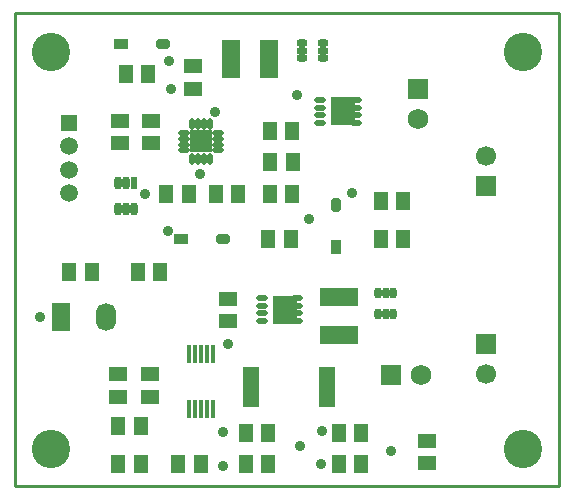
<source format=gts>
G04 Layer_Color=8388736*
%FSLAX42Y42*%
%MOMM*%
G71*
G01*
G75*
%ADD32C,0.25*%
%ADD54R,1.22X1.60*%
%ADD55R,1.60X1.22*%
G04:AMPARAMS|DCode=56|XSize=1.2mm|YSize=0.85mm|CornerRadius=0.33mm|HoleSize=0mm|Usage=FLASHONLY|Rotation=180.000|XOffset=0mm|YOffset=0mm|HoleType=Round|Shape=RoundedRectangle|*
%AMROUNDEDRECTD56*
21,1,1.20,0.20,0,0,180.0*
21,1,0.55,0.85,0,0,180.0*
1,1,0.66,-0.27,0.10*
1,1,0.66,0.27,0.10*
1,1,0.66,0.27,-0.10*
1,1,0.66,-0.27,-0.10*
%
%ADD56ROUNDEDRECTD56*%
%ADD57R,1.20X0.85*%
%ADD58R,1.90X1.90*%
%ADD59O,1.00X0.45*%
%ADD60O,0.45X1.00*%
%ADD61O,1.73X2.36*%
%ADD62R,1.60X2.36*%
G04:AMPARAMS|DCode=63|XSize=0.6mm|YSize=1.1mm|CornerRadius=0.2mm|HoleSize=0mm|Usage=FLASHONLY|Rotation=180.000|XOffset=0mm|YOffset=0mm|HoleType=Round|Shape=RoundedRectangle|*
%AMROUNDEDRECTD63*
21,1,0.60,0.70,0,0,180.0*
21,1,0.20,1.10,0,0,180.0*
1,1,0.40,-0.10,0.35*
1,1,0.40,0.10,0.35*
1,1,0.40,0.10,-0.35*
1,1,0.40,-0.10,-0.35*
%
%ADD63ROUNDEDRECTD63*%
%ADD64R,0.60X1.10*%
%ADD65R,1.50X3.20*%
G04:AMPARAMS|DCode=66|XSize=0.6mm|YSize=0.9mm|CornerRadius=0.2mm|HoleSize=0mm|Usage=FLASHONLY|Rotation=270.000|XOffset=0mm|YOffset=0mm|HoleType=Round|Shape=RoundedRectangle|*
%AMROUNDEDRECTD66*
21,1,0.60,0.50,0,0,270.0*
21,1,0.20,0.90,0,0,270.0*
1,1,0.40,-0.25,-0.10*
1,1,0.40,-0.25,0.10*
1,1,0.40,0.25,0.10*
1,1,0.40,0.25,-0.10*
%
%ADD66ROUNDEDRECTD66*%
%ADD67R,2.00X2.49*%
%ADD68O,1.00X0.54*%
%ADD69R,0.40X1.55*%
G04:AMPARAMS|DCode=70|XSize=0.4mm|YSize=1.55mm|CornerRadius=0mm|HoleSize=0mm|Usage=FLASHONLY|Rotation=0.000|XOffset=0mm|YOffset=0mm|HoleType=Round|Shape=Octagon|*
%AMOCTAGOND70*
4,1,8,-0.10,0.78,0.10,0.78,0.20,0.68,0.20,-0.68,0.10,-0.78,-0.10,-0.78,-0.20,-0.68,-0.20,0.68,-0.10,0.78,0.0*
%
%ADD70OCTAGOND70*%

%ADD71R,1.45X3.38*%
G04:AMPARAMS|DCode=72|XSize=1.2mm|YSize=0.85mm|CornerRadius=0.33mm|HoleSize=0mm|Usage=FLASHONLY|Rotation=270.000|XOffset=0mm|YOffset=0mm|HoleType=Round|Shape=RoundedRectangle|*
%AMROUNDEDRECTD72*
21,1,1.20,0.20,0,0,270.0*
21,1,0.55,0.85,0,0,270.0*
1,1,0.66,-0.10,-0.27*
1,1,0.66,-0.10,0.27*
1,1,0.66,0.10,0.27*
1,1,0.66,0.10,-0.27*
%
%ADD72ROUNDEDRECTD72*%
%ADD73R,0.85X1.20*%
%ADD74R,3.20X1.50*%
G04:AMPARAMS|DCode=75|XSize=0.6mm|YSize=0.9mm|CornerRadius=0.2mm|HoleSize=0mm|Usage=FLASHONLY|Rotation=180.000|XOffset=0mm|YOffset=0mm|HoleType=Round|Shape=RoundedRectangle|*
%AMROUNDEDRECTD75*
21,1,0.60,0.50,0,0,180.0*
21,1,0.20,0.90,0,0,180.0*
1,1,0.40,-0.10,0.25*
1,1,0.40,0.10,0.25*
1,1,0.40,0.10,-0.25*
1,1,0.40,-0.10,-0.25*
%
%ADD75ROUNDEDRECTD75*%
%ADD76C,1.50*%
%ADD77R,1.40X1.40*%
%ADD78C,1.70*%
%ADD79R,1.70X1.70*%
%ADD80R,1.73X1.73*%
%ADD81C,1.73*%
%ADD82R,1.73X1.73*%
%ADD83C,3.25*%
%ADD84C,0.91*%
D32*
X3000Y3500D02*
Y7500D01*
X7603D01*
Y3500D02*
Y7500D01*
X3000Y3500D02*
X7603D01*
D54*
X3460Y5310D02*
D03*
X3651D02*
D03*
X3937Y6985D02*
D03*
X4128D02*
D03*
X4230Y5310D02*
D03*
X4040D02*
D03*
X4470Y5969D02*
D03*
X4280D02*
D03*
X4890D02*
D03*
X4699D02*
D03*
X6287Y5906D02*
D03*
X6096D02*
D03*
Y5588D02*
D03*
X6287D02*
D03*
X5334D02*
D03*
X5144D02*
D03*
X3874Y4001D02*
D03*
X4064D02*
D03*
Y3683D02*
D03*
X3874D02*
D03*
X4381D02*
D03*
X4572D02*
D03*
X5144Y3947D02*
D03*
X4953D02*
D03*
Y3683D02*
D03*
X5144D02*
D03*
X5740Y3947D02*
D03*
X5931D02*
D03*
X5740Y3683D02*
D03*
X5931D02*
D03*
X5347Y6502D02*
D03*
X5156D02*
D03*
X5159Y6238D02*
D03*
X5349D02*
D03*
X5156Y5969D02*
D03*
X5347D02*
D03*
D55*
X4150Y6591D02*
D03*
Y6401D02*
D03*
X3886Y6591D02*
D03*
Y6401D02*
D03*
X3874Y4445D02*
D03*
Y4254D02*
D03*
X4801Y5080D02*
D03*
Y4890D02*
D03*
X4138Y4445D02*
D03*
Y4254D02*
D03*
X4508Y6858D02*
D03*
Y7049D02*
D03*
X6487Y3879D02*
D03*
Y3688D02*
D03*
D56*
X4254Y7239D02*
D03*
X4762Y5588D02*
D03*
D57*
X3899Y7239D02*
D03*
X4407Y5588D02*
D03*
D58*
X4572Y6414D02*
D03*
D59*
X4427Y6338D02*
D03*
Y6388D02*
D03*
Y6439D02*
D03*
Y6489D02*
D03*
X4717D02*
D03*
Y6439D02*
D03*
Y6388D02*
D03*
Y6338D02*
D03*
D60*
X4497Y6558D02*
D03*
X4547D02*
D03*
X4597D02*
D03*
X4647D02*
D03*
Y6269D02*
D03*
X4597D02*
D03*
X4547D02*
D03*
X4497D02*
D03*
D61*
X3765Y4930D02*
D03*
D62*
X3384D02*
D03*
D63*
X3874Y5842D02*
D03*
X3874Y6062D02*
D03*
X3938D02*
D03*
Y5842D02*
D03*
X4003D02*
D03*
D64*
X4003Y6062D02*
D03*
D65*
X5148Y7112D02*
D03*
X4826D02*
D03*
D66*
X5608Y7247D02*
D03*
Y7182D02*
D03*
Y7117D02*
D03*
X5428D02*
D03*
Y7182D02*
D03*
Y7247D02*
D03*
D67*
X5778Y6668D02*
D03*
X5282Y4991D02*
D03*
D68*
X5883Y6765D02*
D03*
X5884Y6700D02*
D03*
X5883Y6635D02*
D03*
Y6570D02*
D03*
X5583Y6570D02*
D03*
Y6635D02*
D03*
Y6700D02*
D03*
Y6765D02*
D03*
X5387Y5089D02*
D03*
X5387Y5024D02*
D03*
X5387Y4959D02*
D03*
Y4894D02*
D03*
X5087Y4894D02*
D03*
Y4959D02*
D03*
Y5024D02*
D03*
Y5089D02*
D03*
D69*
X4622Y4151D02*
D03*
X4572D02*
D03*
X4672D02*
D03*
X4522D02*
D03*
X4472Y4612D02*
D03*
X4522D02*
D03*
X4672D02*
D03*
X4572D02*
D03*
X4622D02*
D03*
D70*
X4472Y4151D02*
D03*
D71*
X4999Y4331D02*
D03*
X5639D02*
D03*
D72*
X5718Y5878D02*
D03*
D73*
Y5522D02*
D03*
D74*
X5740Y5095D02*
D03*
Y4773D02*
D03*
D75*
X6201Y4951D02*
D03*
X6136D02*
D03*
X6071D02*
D03*
Y5131D02*
D03*
X6136D02*
D03*
X6201D02*
D03*
D76*
X3460Y6374D02*
D03*
Y6174D02*
D03*
Y5974D02*
D03*
D77*
Y6574D02*
D03*
D78*
X6985Y6287D02*
D03*
Y4445D02*
D03*
D79*
Y6033D02*
D03*
Y4699D02*
D03*
D80*
X6414Y6858D02*
D03*
D81*
Y6604D02*
D03*
X6436Y4435D02*
D03*
D82*
X6182D02*
D03*
D83*
X3302Y7175D02*
D03*
Y3810D02*
D03*
X7303D02*
D03*
Y7175D02*
D03*
D84*
X3210Y4930D02*
D03*
X4305Y7099D02*
D03*
X5855Y5977D02*
D03*
X4803Y4702D02*
D03*
X5489Y5761D02*
D03*
X4691Y6660D02*
D03*
X5385Y6805D02*
D03*
X4321Y6861D02*
D03*
X4562Y6137D02*
D03*
X4290Y5659D02*
D03*
X4762Y3950D02*
D03*
X6185Y3797D02*
D03*
X5410Y3835D02*
D03*
X4762Y3670D02*
D03*
X5598Y3962D02*
D03*
X5591Y3683D02*
D03*
X4097Y5969D02*
D03*
X4526Y6454D02*
D03*
X4618Y6368D02*
D03*
Y6454D02*
D03*
X4526Y6368D02*
D03*
M02*

</source>
